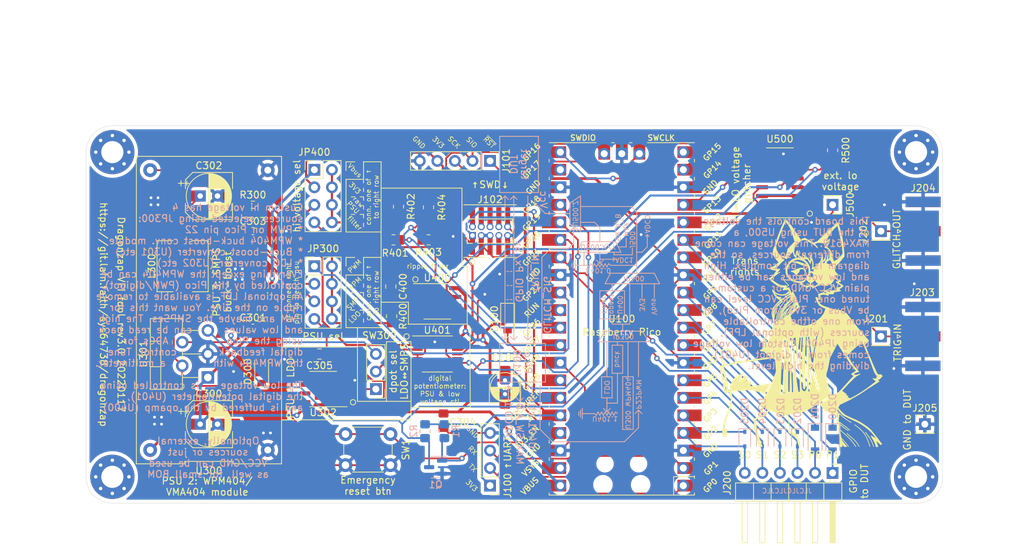
<source format=kicad_pcb>
(kicad_pcb (version 20211014) (generator pcbnew)

  (general
    (thickness 1.6)
  )

  (paper "A4")
  (layers
    (0 "F.Cu" signal)
    (31 "B.Cu" signal)
    (32 "B.Adhes" user "B.Adhesive")
    (33 "F.Adhes" user "F.Adhesive")
    (34 "B.Paste" user)
    (35 "F.Paste" user)
    (36 "B.SilkS" user "B.Silkscreen")
    (37 "F.SilkS" user "F.Silkscreen")
    (38 "B.Mask" user)
    (39 "F.Mask" user)
    (40 "Dwgs.User" user "User.Drawings")
    (41 "Cmts.User" user "User.Comments")
    (42 "Eco1.User" user "User.Eco1")
    (43 "Eco2.User" user "User.Eco2")
    (44 "Edge.Cuts" user)
    (45 "Margin" user)
    (46 "B.CrtYd" user "B.Courtyard")
    (47 "F.CrtYd" user "F.Courtyard")
    (48 "B.Fab" user)
    (49 "F.Fab" user)
  )

  (setup
    (stackup
      (layer "F.SilkS" (type "Top Silk Screen"))
      (layer "F.Paste" (type "Top Solder Paste"))
      (layer "F.Mask" (type "Top Solder Mask") (thickness 0.01))
      (layer "F.Cu" (type "copper") (thickness 0.035))
      (layer "dielectric 1" (type "core") (thickness 1.51) (material "FR4") (epsilon_r 4.5) (loss_tangent 0.02))
      (layer "B.Cu" (type "copper") (thickness 0.035))
      (layer "B.Mask" (type "Bottom Solder Mask") (thickness 0.01))
      (layer "B.Paste" (type "Bottom Solder Paste"))
      (layer "B.SilkS" (type "Bottom Silk Screen"))
      (copper_finish "None")
      (dielectric_constraints no)
    )
    (pad_to_mask_clearance 0)
    (pcbplotparams
      (layerselection 0x00010fc_ffffffff)
      (disableapertmacros false)
      (usegerberextensions false)
      (usegerberattributes true)
      (usegerberadvancedattributes true)
      (creategerberjobfile true)
      (svguseinch false)
      (svgprecision 6)
      (excludeedgelayer true)
      (plotframeref false)
      (viasonmask false)
      (mode 1)
      (useauxorigin false)
      (hpglpennumber 1)
      (hpglpenspeed 20)
      (hpglpendiameter 15.000000)
      (dxfpolygonmode true)
      (dxfimperialunits true)
      (dxfusepcbnewfont true)
      (psnegative false)
      (psa4output false)
      (plotreference true)
      (plotvalue true)
      (plotinvisibletext false)
      (sketchpadsonfab false)
      (subtractmaskfromsilk false)
      (outputformat 1)
      (mirror false)
      (drillshape 0)
      (scaleselection 1)
      (outputdirectory "dragonzap/gerber/")
    )
  )

  (net 0 "")
  (net 1 "GND")
  (net 2 "VBUS")
  (net 3 "+3V3")
  (net 4 "+3.3VADC")
  (net 5 "Net-(D100-Pad1)")
  (net 6 "UART_RX")
  (net 7 "UART_TX")
  (net 8 "/controller/SWDIO")
  (net 9 "/controller/SWCLK")
  (net 10 "unconnected-(J102-Pad8)")
  (net 11 "unconnected-(J102-Pad7)")
  (net 12 "unconnected-(J102-Pad6)")
  (net 13 "GPIO_P0D")
  (net 14 "GPIO_P0W")
  (net 15 "GPIO_P1D")
  (net 16 "GPIO_P1W")
  (net 17 "TRIG_IN")
  (net 18 "GLITCH_OUT")
  (net 19 "P22PWM")
  (net 20 "ADC0")
  (net 21 "ADC1")
  (net 22 "/psu/FB_LDO")
  (net 23 "/psu/FB_SMPS")
  (net 24 "GPIO_S3W")
  (net 25 "GPIO_S3D")
  (net 26 "GPIO_S2W")
  (net 27 "GPIO_S2D")
  (net 28 "GPIO_S1W")
  (net 29 "GPIO_S1D")
  (net 30 "GPIO_S0W")
  (net 31 "GPIO_S0D")
  (net 32 "DPOT_DAT")
  (net 33 "DPOT_CLK")
  (net 34 "unconnected-(U100-Pad22)")
  (net 35 "MAX_SW_B")
  (net 36 "MAX_SW_A")
  (net 37 "MAX_EN")
  (net 38 "DPOT_HI")
  (net 39 "Net-(C400-Pad1)")
  (net 40 "Net-(D300-Pad1)")
  (net 41 "Vdcflt")
  (net 42 "Vdclo")
  (net 43 "GLITCH_SIG")
  (net 44 "DPOT_W")
  (net 45 "Net-(J500-Pad1)")
  (net 46 "DPOT_LO")
  (net 47 "unconnected-(U100-Pad30)")
  (net 48 "Net-(JP400-Pad4)")
  (net 49 "Net-(JP300-Pad2)")
  (net 50 "Net-(C302-Pad1)")
  (net 51 "Net-(C305-Pad1)")
  (net 52 "EMERG_SHDN")
  (net 53 "~{EMERG_SHDN}")
  (net 54 "unconnected-(U100-Pad34)")
  (net 55 "unconnected-(U100-Pad39)")
  (net 56 "unconnected-(U302-Pad4)")
  (net 57 "unconnected-(U302-Pad6)")
  (net 58 "Net-(R403-Pad1)")
  (net 59 "unconnected-(U302-Pad7)")
  (net 60 "unconnected-(U401-Pad13)")
  (net 61 "Net-(U500-Pad13)")
  (net 62 "/glitchout/Vdclo_def")

  (footprint "MCU_RaspberryPi_and_Boards:RPi_Pico_SMD_TH" (layer "F.Cu") (at 157.48 83.82 180))

  (footprint "Connector_PinHeader_2.54mm:PinHeader_1x04_P2.54mm_Vertical" (layer "F.Cu") (at 138.43 107.95 180))

  (footprint "Resistor_SMD:R_0805_2012Metric_Pad1.20x1.40mm_HandSolder" (layer "F.Cu") (at 129.54 67.675 90))

  (footprint "Capacitor_SMD:CP_Elec_6.3x5.3" (layer "F.Cu") (at 97.79 66.04))

  (footprint "Resistor_SMD:R_0805_2012Metric_Pad1.20x1.40mm_HandSolder" (layer "F.Cu") (at 124.46 72.39))

  (footprint "Package_SO:SO-8_3.9x4.9mm_P1.27mm" (layer "F.Cu") (at 130.81 81.28))

  (footprint "Capacitor_THT:CP_Radial_D6.3mm_P2.50mm" (layer "F.Cu") (at 96.52 66.04))

  (footprint "Capacitor_SMD:C_0805_2012Metric_Pad1.18x1.45mm_HandSolder" (layer "F.Cu") (at 131.699 98.552 -90))

  (footprint "Package_SO:HSOP-8-1EP_3.9x4.9mm_P1.27mm_EP2.41x3.1mm" (layer "F.Cu") (at 114.3 93.98 180))

  (footprint "Capacitor_SMD:CP_Elec_4x3.9" (layer "F.Cu") (at 140.589 93.726 -90))

  (footprint "Diode_SMD:D_SOD-123" (layer "F.Cu") (at 105.41 91.44 90))

  (footprint "Connector_PinHeader_2.54mm:PinHeader_1x01_P2.54mm_Vertical" (layer "F.Cu") (at 194.945 71.12))

  (footprint "Button_Switch_THT:SW_PUSH_6mm" (layer "F.Cu") (at 117.527 100.493))

  (footprint "Connector_PinHeader_2.54mm:PinHeader_1x06_P2.54mm_Horizontal" (layer "F.Cu") (at 187.96 106.115 -90))

  (footprint "Resistor_SMD:R_0805_2012Metric_Pad1.20x1.40mm_HandSolder" (layer "F.Cu") (at 124.206 83.439 -90))

  (footprint "Capacitor_SMD:C_0603_1608Metric_Pad1.08x0.95mm_HandSolder" (layer "F.Cu") (at 104.14 85.09))

  (footprint "Connector_PinHeader_2.54mm:PinHeader_1x05_P2.54mm_Vertical" (layer "F.Cu") (at 138.43 60.96 -90))

  (footprint "Connector_PinHeader_2.54mm:PinHeader_1x03_P2.54mm_Vertical" (layer "F.Cu") (at 121.92 93.98 180))

  (footprint "Inductor_SMD:L_7.3x7.3_H4.5" (layer "F.Cu") (at 93.98 76.2 90))

  (footprint "Package_SO:TSSOP-14_4.4x5mm_P0.65mm" (layer "F.Cu") (at 130.81 88.9))

  (footprint "Package_SO:SO-16_3.9x9.9mm_P1.27mm" (layer "F.Cu") (at 180.34 64.135 180))

  (footprint "Capacitor_THT:CP_Radial_D4.0mm_P2.00mm" (layer "F.Cu") (at 140.589 92.71 -90))

  (footprint "MountingHole:MountingHole_3.2mm_M3_Pad_Via" (layer "F.Cu") (at 83.82 106.68))

  (footprint "MountingHole:MountingHole_3.2mm_M3_Pad_Via" (layer "F.Cu") (at 83.82 59.69))

  (footprint "Capacitor_SMD:C_0603_1608Metric_Pad1.08x0.95mm_HandSolder" (layer "F.Cu") (at 104.14 71.12))

  (footprint "Connector_PinHeader_2.54mm:PinHeader_1x01_P2.54mm_Vertical" (layer "F.Cu") (at 201.295 99.06))

  (footprint "Package_TO_SOT_THT:TO-220-5_P3.4x3.7mm_StaggerOdd_Lead3.8mm_Vertical" (layer "F.Cu") (at 97.63 92.3 90))

  (footprint "Connector_PinHeader_2.54mm:PinHeader_1x01_P2.54mm_Vertical" (layer "F.Cu") (at 187.96 67.31 180))

  (footprint "Resistor_SMD:R_0805_2012Metric_Pad1.20x1.40mm_HandSolder" (layer "F.Cu") (at 129.54 72.39 180))

  (footprint "Diode_SMD:D_SOD-123" (layer "F.Cu") (at 140.97 83.82 -90))

  (footprint "Capacitor_SMD:C_0805_2012Metric_Pad1.18x1.45mm_HandSolder" (layer "F.Cu") (at 113.7705 88.9 180))

  (footprint "Connector_Coaxial:SMA_Amphenol_132289_EdgeMount" (layer "F.Cu")
    (tedit 5A1C1810) (tstamp ad437278-bbd2-4a43-99cb-51e51762a8d3)
    (at 201.041 71.138)
    (descr "http://www.amphenolrf.com/132289.html")
    (tags "SMA")
    (property "Sheetfile" "gpio.kicad_sch")
    (property "Sheetname" "gpio")
    (path "/00000000-0000-0000-0000-000061ca9826/00000000-0000-0000-0000-0000624c0685")
    (attr smd)
    (fp_text reference "J204" (at 0 -6.241 180) (layer "F.SilkS")
      (effects (font (size 1 1) (thickness 0.15)))
      (tstamp 22d464c6-72d8-4902-9692-dba24d8c5eeb)
    )
    (fp_text value "Conn_01x01_MountingPin" (at 5 6) (layer "F.Fab")
      (effects (font (size 1 1) (thickness 0.15)))
      (tstamp c85fb29b-e3d6-4265-ad84-81d343ae4cfc)
    )
    (fp_text user "${REFERENCE}" (at 4.79 0 270) (layer "F.Fab")
      (effects (font (size 1 1) (thickness 0.15)))
      (tstamp 84f175d8-d76a-4264-bb1f-60bedf52fd39)
    )
    (fp_line (start -3.21 0) (end -3.71 -0.25) (layer "F.SilkS") (width 0.12) (tstamp 13c521bd-63f5-42a8-ad69-2c85482b225a))
    (fp_line (start -3.71 -0.25) (end -3.71 0.25) (layer "F.SilkS") (width 0.12) (tstamp 8c3aef16-78ad-446d-98dc-ff48ffd791f4))
    (fp_line (start -3.71 0.25) (end -3.21 0) (layer "F.SilkS") (width 0.12) (tstamp b081b074-3171-4535-9bf1-f0e71da78e2a))
    (fp_line (start -3.04 5.58) (end -3.04 -5.58) (layer "B.CrtYd") (width 0.05) (tstamp 0730adea-81a1-4a16-b234-8593e2de6ad4))
    (fp_line (start 14.47 5.58) (end -3.04 5.58) (layer "B.CrtYd") (width 0.05) (tstamp 51aecb44-b850-4b4f-a730-eacda830621c))
    (fp_line (start 14.47 -5.58) (end 14.47 5.58) (layer "B.CrtYd") (width 0.05) (tstamp 5595eeb4-f057-40f7-9141-b39aabd80bc8))
    (fp_line (start 14.47 -5.58) (end -3.04 -5.58) (layer "B.CrtYd") (width 0.05) (tstamp 7fbbbf87-4e3a-48ce-b9e3-cd5e8e67af8d))
    (fp_line (start 14.47 5.58) (end -3.04 5.58) (layer "F.CrtYd") (width 0.05) (tstamp 0e39d3d8-acd4-43a2-867b-ce1cbe008d6b))
    (fp_line (start -3.04 5.58) (end -3.04 -5.58) (layer "F.CrtYd") (width 0.05) (tstamp 3678b294-5dc1-47d3-aab2-57d30c7b7570))
    (fp_line (start 14.47 -5.58) (end -3.04 -5.58) (layer "F.CrtYd") (width 0.05) (tstamp b9035079-28fb-4a9c-98bd-0c7f8ab4051f))
    (fp_line (start 14.47 -5.58) (end 14.47 5.58) (layer "F.CrtYd") (width 0.05) (tstamp fd930f2f-d108-4483-b61d-e7a018d24a0f))
    (fp_line (start 4.445 -3.81) (end 4.445 -5.08) (layer "F.Fab") (width 0.1) (tstamp 0635dfd8-d7e2-40a9-bba4-3a99e6aa65d4))
    (fp_line (start -1.91 -3.81) (end 2.54 -3.81) (layer "F.Fab") (width 0.1) (tstamp 0f7a0b01-3bd7-4d47-8f4f-f5f519d4669a))
    (fp_line (start -1.91 5.08) (end 4.445 5.08) (layer "F.Fab") (width 0.1) (tstamp 0fbee6bf-201a-4b6d-b6b4-996362b817b1))
    (fp_line (start -1.91 -5.08) (end -1.91 -3.81) (layer "F.Fab") (width 0.1) (tstamp 11dd97ea-df12-412f-8842-dd7795014d43))
    (fp_line (start 4.445 5.08) (end 4.445 3.81) (layer "F.Fab") (width 0.1) (tstamp 151c5cb7-74e1-4c8d-8361-e8d2297b52d1))
    (fp_line (start -1.91 -5.08) (end 4.445 -5.08) (layer "F.Fab") (width 0.1) (tstamp 15cf2775-cba9-4f59-96ea-352d97da57e8))
    (fp_line (start 2.54 3.81) (end -1.91 3.81) (layer "F.Fab") (width 0.1) (tstamp 3d945047-48f0-4d4f-aee4-b410e2bf9bea))
    (fp_line (start -1.91 3.81) (end -1.91 5.08) (layer "F.Fab") (width 0.1) (tstamp 5ca4bd45-1787-4312-83c0-a3f1408075fd))
    (fp_line (start 2.54 -0.75) (end 3.54 0) (layer "F.Fab") (width 0.1) (tstamp bcb0961d-37ce-4b05-8ef8-01898062ff20))
    (fp_line (start 4.445 -3.81) (end 13.97 -3.81) (layer "F.Fab") (width 0.1) (tstamp dbf747b7-ed74-47d7-a612-ad23bc343f73))
    (fp_line (start 2.54 -3.81) (end 2.54 3.81) (layer "F.Fab") (width 0.1) (tstamp dd844173-7319-421c-a691-361e86ee9e3c))
    (fp_line (start 13.97 3.81) (end 4.445 3.81) (layer "F.Fab") (width 0.1) (tstamp e73f775d-6244-4d4a-88d8-4f672a86b2e0)
... [985806 chars truncated]
</source>
